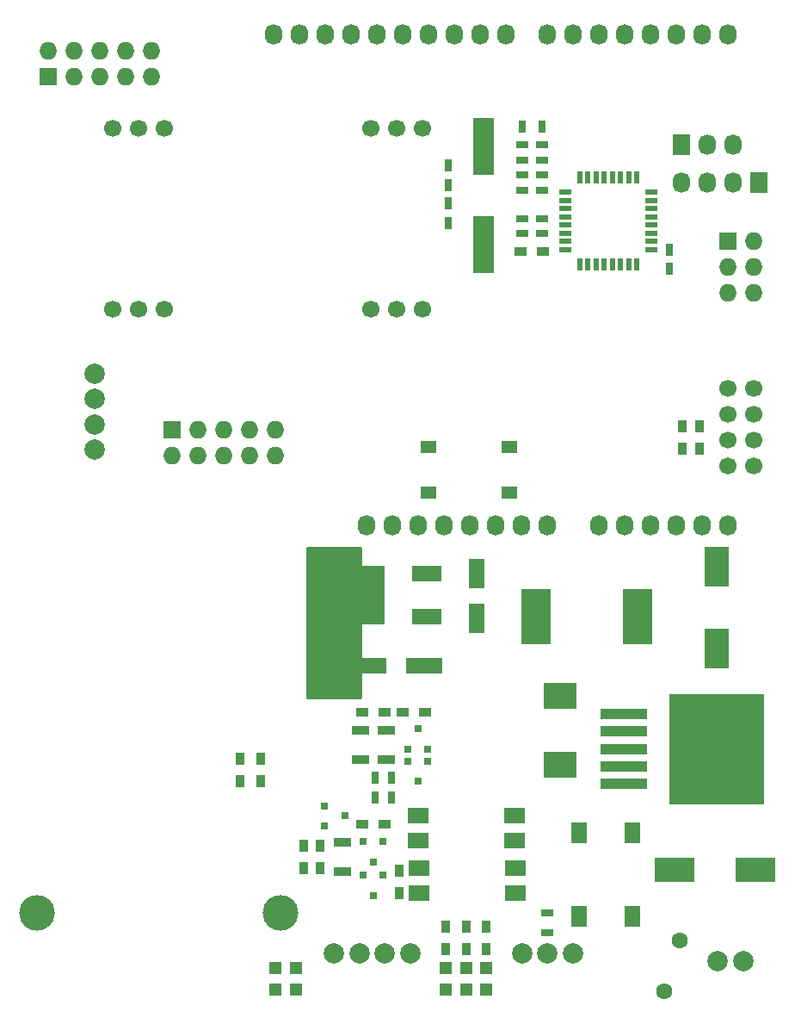
<source format=gbr>
G04 #@! TF.FileFunction,Soldermask,Top*
%FSLAX46Y46*%
G04 Gerber Fmt 4.6, Leading zero omitted, Abs format (unit mm)*
G04 Created by KiCad (PCBNEW (2016-08-24 BZR 7090, Git 532a5fb)-product) date 10/24/16 18:53:44*
%MOMM*%
%LPD*%
G01*
G04 APERTURE LIST*
%ADD10C,0.100000*%
%ADD11R,1.727200X1.727200*%
%ADD12O,1.727200X1.727200*%
%ADD13C,3.500000*%
%ADD14O,1.727200X2.032000*%
%ADD15R,0.750000X1.200000*%
%ADD16R,2.000000X1.500000*%
%ADD17R,1.198880X1.198880*%
%ADD18R,1.200000X0.900000*%
%ADD19R,0.900000X1.200000*%
%ADD20R,1.500000X2.000000*%
%ADD21R,0.800100X0.800100*%
%ADD22R,2.100580X5.600700*%
%ADD23R,4.600000X1.100000*%
%ADD24R,9.400000X10.800000*%
%ADD25R,3.000000X1.600000*%
%ADD26R,6.200000X5.800000*%
%ADD27R,3.000000X5.400000*%
%ADD28C,1.700000*%
%ADD29C,1.600000*%
%ADD30R,1.727200X2.032000*%
%ADD31R,1.550000X1.300000*%
%ADD32C,2.000000*%
%ADD33R,3.299460X2.499360*%
%ADD34R,1.700000X0.900000*%
%ADD35R,4.000500X2.400300*%
%ADD36R,2.400300X4.000500*%
%ADD37R,3.599180X1.600200*%
%ADD38R,1.300000X0.700000*%
%ADD39R,1.600200X2.999740*%
%ADD40R,1.200000X0.750000*%
%ADD41R,1.200000X0.600000*%
%ADD42R,0.600000X1.200000*%
%ADD43R,0.700000X1.300000*%
%ADD44C,0.254000*%
G04 APERTURE END LIST*
D10*
D11*
X119818000Y-114390000D03*
D12*
X119818000Y-116930000D03*
X122358000Y-114390000D03*
X122358000Y-116930000D03*
X124898000Y-114390000D03*
X124898000Y-116930000D03*
X127438000Y-114390000D03*
X127438000Y-116930000D03*
X129978000Y-114390000D03*
X129978000Y-116930000D03*
D13*
X130498000Y-161865000D03*
X106498000Y-161865000D03*
D14*
X138938000Y-123825000D03*
X141478000Y-123825000D03*
X144018000Y-123825000D03*
X146558000Y-123825000D03*
X149098000Y-123825000D03*
X151638000Y-123825000D03*
X154178000Y-123825000D03*
X156718000Y-123825000D03*
X161798000Y-123825000D03*
X164338000Y-123825000D03*
X166878000Y-123825000D03*
X169418000Y-123825000D03*
X171958000Y-123825000D03*
X174498000Y-123825000D03*
X129794000Y-75565000D03*
X132334000Y-75565000D03*
X134874000Y-75565000D03*
X137414000Y-75565000D03*
X139954000Y-75565000D03*
X142494000Y-75565000D03*
X145034000Y-75565000D03*
X147574000Y-75565000D03*
X150114000Y-75565000D03*
X152654000Y-75565000D03*
X156718000Y-75565000D03*
X159258000Y-75565000D03*
X161798000Y-75565000D03*
X164338000Y-75565000D03*
X166878000Y-75565000D03*
X169418000Y-75565000D03*
X171958000Y-75565000D03*
X174498000Y-75565000D03*
D15*
X139798000Y-148615000D03*
X139798000Y-150515000D03*
D16*
X153548000Y-152315000D03*
X144048000Y-152315000D03*
X153548000Y-154815000D03*
X144048000Y-154815000D03*
X144098000Y-159965000D03*
X153598000Y-159965000D03*
X144098000Y-157465000D03*
X153598000Y-157465000D03*
D17*
X150748000Y-167315980D03*
X150748000Y-169414020D03*
X148748000Y-167315980D03*
X148748000Y-169414020D03*
D11*
X174498000Y-95885000D03*
D12*
X177038000Y-95885000D03*
X174498000Y-98425000D03*
X177038000Y-98425000D03*
X174498000Y-100965000D03*
X177038000Y-100965000D03*
D18*
X138498000Y-153165000D03*
X140698000Y-153165000D03*
D19*
X148748000Y-163265000D03*
X148748000Y-165465000D03*
X146748000Y-163265000D03*
X146748000Y-165465000D03*
D18*
X140698000Y-142165000D03*
X138498000Y-142165000D03*
D19*
X169998000Y-114015000D03*
X169998000Y-116215000D03*
X171748000Y-114015000D03*
X171748000Y-116215000D03*
X150748000Y-163265000D03*
X150748000Y-165465000D03*
X126498000Y-146765000D03*
X126498000Y-148965000D03*
D20*
X159898000Y-154015000D03*
X159898000Y-162215000D03*
X165098000Y-154015000D03*
X165098000Y-162215000D03*
D21*
X134797240Y-151415000D03*
X134797240Y-153315000D03*
X136796220Y-152365000D03*
D22*
X150498000Y-86516140D03*
X150498000Y-96213860D03*
D23*
X164248000Y-149165000D03*
X164248000Y-147465000D03*
X164248000Y-144065000D03*
D24*
X173398000Y-145765000D03*
D23*
X164248000Y-145765000D03*
X164248000Y-142365000D03*
D25*
X144898000Y-128565000D03*
D26*
X137698000Y-130665000D03*
D25*
X144898000Y-132765000D03*
D27*
X155598000Y-132765000D03*
X165598000Y-132765000D03*
D19*
X142198000Y-159965000D03*
X142198000Y-157765000D03*
D28*
X174498000Y-117945000D03*
X177038000Y-117945000D03*
X174498000Y-115405000D03*
X177038000Y-115405000D03*
X174498000Y-112865000D03*
X177038000Y-112865000D03*
X174498000Y-110325000D03*
X177038000Y-110325000D03*
D29*
X169748000Y-164615000D03*
X168281330Y-169615000D03*
D15*
X141398000Y-148615000D03*
X141398000Y-150515000D03*
D30*
X169958000Y-86365000D03*
D14*
X172498000Y-86365000D03*
X175038000Y-86365000D03*
D31*
X152973000Y-120615000D03*
X145023000Y-120615000D03*
X152973000Y-116115000D03*
X145023000Y-116115000D03*
D17*
X146748000Y-167315980D03*
X146748000Y-169414020D03*
X129998000Y-167315980D03*
X129998000Y-169414020D03*
X131998000Y-167315980D03*
X131998000Y-169414020D03*
D19*
X128498000Y-146765000D03*
X128498000Y-148965000D03*
D32*
X175998000Y-166615000D03*
X173498000Y-166615000D03*
X159248000Y-165865000D03*
X156748000Y-165865000D03*
X154248000Y-165865000D03*
X112198000Y-116365000D03*
X112198000Y-113865000D03*
X112198000Y-111365000D03*
X112198000Y-108865000D03*
D30*
X177578000Y-90115000D03*
D14*
X175038000Y-90115000D03*
X172498000Y-90115000D03*
X169958000Y-90115000D03*
D28*
X144488000Y-84725000D03*
X141948000Y-84725000D03*
X139408000Y-84725000D03*
X139408000Y-102505000D03*
X141948000Y-102505000D03*
X144488000Y-102505000D03*
X114008000Y-102505000D03*
X116548000Y-102505000D03*
X119088000Y-102505000D03*
X119088000Y-84725000D03*
X116548000Y-84725000D03*
X114008000Y-84725000D03*
D32*
X143248000Y-165865000D03*
X140748000Y-165865000D03*
X138248000Y-165865000D03*
X135748000Y-165865000D03*
D33*
X157998000Y-140563940D03*
X157998000Y-147366060D03*
D11*
X107668000Y-79655000D03*
D12*
X107668000Y-77115000D03*
X110208000Y-79655000D03*
X110208000Y-77115000D03*
X112748000Y-79655000D03*
X112748000Y-77115000D03*
X115288000Y-79655000D03*
X115288000Y-77115000D03*
X117828000Y-79655000D03*
X117828000Y-77115000D03*
D18*
X144698000Y-142165000D03*
X142498000Y-142165000D03*
D34*
X136598000Y-154915000D03*
X136598000Y-157815000D03*
D19*
X134398000Y-157465000D03*
X134398000Y-155265000D03*
X132798000Y-155265000D03*
X132798000Y-157465000D03*
D21*
X144948000Y-146964240D03*
X143048000Y-146964240D03*
X143998000Y-148963220D03*
X143044825Y-145765760D03*
X144944825Y-145765760D03*
X143994825Y-143766780D03*
X140548000Y-158164240D03*
X138648000Y-158164240D03*
X139598000Y-160163220D03*
X140548000Y-154864240D03*
X138648000Y-154864240D03*
X139598000Y-156863220D03*
D35*
X169247500Y-157615000D03*
X177248500Y-157615000D03*
D36*
X173398000Y-127864500D03*
X173398000Y-135865500D03*
D37*
X139135275Y-137565000D03*
X144636915Y-137565000D03*
D38*
X156748000Y-161915000D03*
X156748000Y-163815000D03*
D39*
X149798000Y-128565360D03*
X149798000Y-132964640D03*
D34*
X138398000Y-143914999D03*
X138398000Y-146814999D03*
X140906730Y-143914999D03*
X140906730Y-146814999D03*
D40*
X156198000Y-86365000D03*
X154298000Y-86365000D03*
X156198000Y-87865000D03*
X154298000Y-87865000D03*
X154298000Y-93615000D03*
X156198000Y-93615000D03*
X156198000Y-90865000D03*
X154298000Y-90865000D03*
D15*
X146998000Y-88415000D03*
X146998000Y-90315000D03*
X146998000Y-94065000D03*
X146998000Y-92165000D03*
D40*
X156198000Y-95115000D03*
X154298000Y-95115000D03*
D15*
X168748000Y-96665000D03*
X168748000Y-98565000D03*
D40*
X156198000Y-89365000D03*
X154298000Y-89365000D03*
D41*
X158498000Y-91065000D03*
X158498000Y-91865000D03*
X158498000Y-92665000D03*
X158498000Y-93465000D03*
X158498000Y-94265000D03*
X158498000Y-95065000D03*
X158498000Y-95865000D03*
X158498000Y-96665000D03*
D42*
X159948000Y-98115000D03*
X160748000Y-98115000D03*
X161548000Y-98115000D03*
X162348000Y-98115000D03*
X163148000Y-98115000D03*
X163948000Y-98115000D03*
X164748000Y-98115000D03*
X165548000Y-98115000D03*
D41*
X166998000Y-96665000D03*
X166998000Y-95865000D03*
X166998000Y-95065000D03*
X166998000Y-94265000D03*
X166998000Y-93465000D03*
X166998000Y-92665000D03*
X166998000Y-91865000D03*
X166998000Y-91065000D03*
D42*
X165548000Y-89615000D03*
X164748000Y-89615000D03*
X163948000Y-89615000D03*
X163148000Y-89615000D03*
X162348000Y-89615000D03*
X161548000Y-89615000D03*
X160748000Y-89615000D03*
X159948000Y-89615000D03*
D43*
X154298000Y-84615000D03*
X156198000Y-84615000D03*
D18*
X156348000Y-96865000D03*
X154148000Y-96865000D03*
D44*
G36*
X138371000Y-140738000D02*
X133125000Y-140738000D01*
X133125000Y-125992000D01*
X138371000Y-125992000D01*
X138371000Y-140738000D01*
X138371000Y-140738000D01*
G37*
X138371000Y-140738000D02*
X133125000Y-140738000D01*
X133125000Y-125992000D01*
X138371000Y-125992000D01*
X138371000Y-140738000D01*
M02*

</source>
